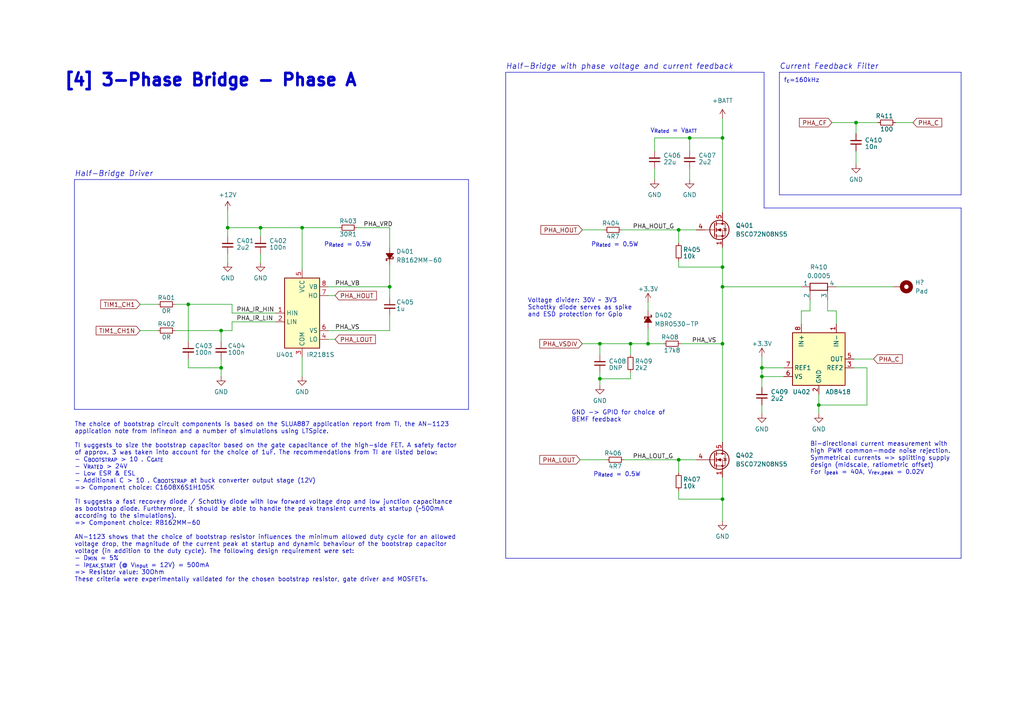
<source format=kicad_sch>
(kicad_sch (version 20230121) (generator eeschema)
  (paper "A4")
  (title_block (title "3-Phase Bridge - Phase A [4]") (date "2023-04-16") (rev "1.0"))
  (lib_symbols
    (symbol "Amplifier_Current:AD8418"
      (property "Reference" "U" (at -7.62 10.795 0))
      (property "Value" "AD8418" (at -7.62 8.89 0))
      (symbol "AD8418_0_1"
        (rectangle (start -7.62 7.62) (end 7.62 -7.62) (stroke (width 0.254)) (fill (type background)))
      )
      (symbol "AD8418_1_1"
        (pin input line (at 5.08 10.16 270) (length 2.54) (name "IN-") (number "1"))
        (pin power_in line (at 0 -10.16 90) (length 2.54) (name "GND") (number "2"))
        (pin input line (at 10.16 -2.54 180) (length 2.54) (name "REF2") (number "3"))
        (pin no_connect line (at 2.54 -7.62 90) (length 2.54) hide (name "NC") (number "4"))
        (pin output line (at 10.16 0 180) (length 2.54) (name "OUT") (number "5"))
        (pin power_in line (at -10.16 -5.08 0) (length 2.54) (name "VS") (number "6"))
        (pin input line (at -10.16 -2.54 0) (length 2.54) (name "REF1") (number "7"))
        (pin input line (at -5.08 10.16 270) (length 2.54) (name "IN+") (number "8"))
      )
    )
    (symbol "Device:C_Small" (pin_numbers hide) (pin_names (offset 0.254) hide)
      (property "Reference" "C" (at 0.254 1.778 0))
      (property "Value" "C_Small" (at 0.254 -2.032 0))
      (symbol "C_Small_0_1"
        (polyline (pts (xy -1.524 -0.508) (xy 1.524 -0.508)) (stroke (width 0.3302)))
        (polyline (pts (xy -1.524 0.508) (xy 1.524 0.508)) (stroke (width 0.3048)))
      )
      (symbol "C_Small_1_1"
        (pin passive line (at 0 2.54 270) (length 2.032) (name "~") (number "1"))
        (pin passive line (at 0 -2.54 90) (length 2.032) (name "~") (number "2"))
      )
    )
    (symbol "Device:D_Schottky_Small_Filled" (pin_numbers hide) (pin_names (offset 0.254) hide)
      (property "Reference" "D" (at -1.27 2.032 0))
      (property "Value" "D_Schottky_Small_Filled" (at -7.112 -2.032 0))
      (symbol "D_Schottky_Small_Filled_0_1"
        (polyline (pts (xy -0.762 0) (xy 0.762 0)))
        (polyline (pts (xy 0.762 -1.016) (xy -0.762 0) (xy 0.762 1.016) (xy 0.762 -1.016)) (stroke (width 0.254)) (fill (type outline)))
        (polyline (pts (xy -1.27 0.762) (xy -1.27 1.016) (xy -0.762 1.016) (xy -0.762 -1.016) (xy -0.254 -1.016) (xy -0.254 -0.762)) (stroke (width 0.254)))
      )
      (symbol "D_Schottky_Small_Filled_1_1"
        (pin passive line (at -2.54 0 0) (length 1.778) (name "K") (number "1"))
        (pin passive line (at 2.54 0 180) (length 1.778) (name "A") (number "2"))
      )
    )
    (symbol "Device:R_Shunt" (pin_numbers hide) (pin_names (offset 0))
      (property "Reference" "R" (at -4.445 0 90))
      (property "Value" "R_Shunt" (at -2.54 0 90))
      (symbol "R_Shunt_0_1"
        (rectangle (start -1.016 -2.54) (end 1.016 2.54) (stroke (width 0.254)))
        (polyline (pts (xy 0 -2.54) (xy 1.27 -2.54)))
        (polyline (pts (xy 1.27 2.54) (xy 0 2.54)))
      )
      (symbol "R_Shunt_1_1"
        (pin passive line (at 0 5.08 270) (length 2.54) (name "1") (number "1"))
        (pin passive line (at 3.81 2.54 180) (length 2.54) (name "2") (number "2"))
        (pin passive line (at 3.81 -2.54 180) (length 2.54) (name "3") (number "3"))
        (pin passive line (at 0 -5.08 90) (length 2.54) (name "4") (number "4"))
      )
    )
    (symbol "Device:R_Small" (pin_numbers hide) (pin_names (offset 0.254) hide)
      (property "Reference" "R" (at 0.762 0.508 0))
      (property "Value" "R_Small" (at 0.762 -1.016 0))
      (symbol "R_Small_0_1"
        (rectangle (start -0.762 1.778) (end 0.762 -1.778) (stroke (width 0.2032)))
      )
      (symbol "R_Small_1_1"
        (pin passive line (at 0 2.54 270) (length 0.762) (name "~") (number "1"))
        (pin passive line (at 0 -2.54 90) (length 0.762) (name "~") (number "2"))
      )
    )
    (symbol "Driver_FET:IR2181"
      (property "Reference" "U" (at 1.27 13.335 0))
      (property "Value" "IR2181" (at 1.27 11.43 0))
      (symbol "IR2181_0_1"
        (rectangle (start -5.08 -10.16) (end 5.08 10.16) (stroke (width 0.254)) (fill (type background)))
      )
      (symbol "IR2181_1_1"
        (pin input line (at -7.62 0 0) (length 2.54) (name "HIN") (number "1"))
        (pin input line (at -7.62 -2.54 0) (length 2.54) (name "LIN") (number "2"))
        (pin power_in line (at 0 -12.7 90) (length 2.54) (name "COM") (number "3"))
        (pin output line (at 7.62 -7.62 180) (length 2.54) (name "LO") (number "4"))
        (pin power_in line (at 0 12.7 270) (length 2.54) (name "VCC") (number "5"))
        (pin passive line (at 7.62 -5.08 180) (length 2.54) (name "VS") (number "6"))
        (pin output line (at 7.62 5.08 180) (length 2.54) (name "HO") (number "7"))
        (pin passive line (at 7.62 7.62 180) (length 2.54) (name "VB") (number "8"))
      )
    )
    (symbol "Mechanical:MountingHole_Pad" (pin_numbers hide) (pin_names (offset 1.016) hide)
      (property "Reference" "H" (at 0 6.35 0))
      (property "Value" "MountingHole_Pad" (at 0 4.445 0))
      (symbol "MountingHole_Pad_0_1"
        (circle (center 0 1.27) (radius 1.27) (stroke (width 1.27)))
      )
      (symbol "MountingHole_Pad_1_1"
        (pin input line (at 0 -2.54 90) (length 2.54) (name "1") (number "1"))
      )
    )
    (symbol "Transistor_FET:BSC072N08NS5" (pin_names hide)
      (property "Reference" "Q" (at 5.08 1.905 0))
      (property "Value" "BSC072N08NS5" (at 5.08 0 0))
      (symbol "BSC072N08NS5_0_1"
        (polyline (pts (xy 0.254 0) (xy -2.54 0)))
        (polyline (pts (xy 0.254 1.905) (xy 0.254 -1.905)) (stroke (width 0.254)))
        (polyline (pts (xy 0.762 -1.27) (xy 0.762 -2.286)) (stroke (width 0.254)))
        (polyline (pts (xy 0.762 0.508) (xy 0.762 -0.508)) (stroke (width 0.254)))
        (polyline (pts (xy 0.762 2.286) (xy 0.762 1.27)) (stroke (width 0.254)))
        (polyline (pts (xy 2.54 2.54) (xy 2.54 1.778)))
        (polyline (pts (xy 2.54 -2.54) (xy 2.54 0) (xy 0.762 0)))
        (polyline (pts (xy 0.762 -1.778) (xy 3.302 -1.778) (xy 3.302 1.778) (xy 0.762 1.778)))
        (polyline (pts (xy 1.016 0) (xy 2.032 0.381) (xy 2.032 -0.381) (xy 1.016 0)) (fill (type outline)))
        (polyline (pts (xy 2.794 0.508) (xy 2.921 0.381) (xy 3.683 0.381) (xy 3.81 0.254)))
        (polyline (pts (xy 3.302 0.381) (xy 2.921 -0.254) (xy 3.683 -0.254) (xy 3.302 0.381)))
        (circle (center 1.651 0) (radius 2.794) (stroke (width 0.254)))
        (circle (center 2.54 -1.778) (radius 0.254) (fill (type outline)))
        (circle (center 2.54 1.778) (radius 0.254) (fill (type outline)))
      )
      (symbol "BSC072N08NS5_1_1"
        (pin passive line (at 2.54 -5.08 90) (length 2.54) (name "S") (number "1"))
        (pin passive line (at 2.54 -5.08 90) (length 2.54) hide (name "S") (number "2"))
        (pin passive line (at 2.54 -5.08 90) (length 2.54) hide (name "S") (number "3"))
        (pin passive line (at -5.08 0 0) (length 2.54) (name "G") (number "4"))
        (pin passive line (at 2.54 5.08 270) (length 2.54) (name "D") (number "5"))
      )
    )
    (symbol "power:+12V" (power) (pin_names (offset 0))
      (property "Value" "+12V" (at 0 3.556 0))
      (symbol "+12V_0_1"
        (polyline (pts (xy -0.762 1.27) (xy 0 2.54)))
        (polyline (pts (xy 0 0) (xy 0 2.54)))
        (polyline (pts (xy 0 2.54) (xy 0.762 1.27)))
      )
      (symbol "+12V_1_1"
        (pin power_in line (at 0 0 90) (length 0) hide (name "+12V") (number "1"))
      )
    )
    (symbol "power:+3.3V" (power) (pin_names (offset 0))
      (property "Value" "+3.3V" (at 0 3.556 0))
      (symbol "+3.3V_0_1"
        (polyline (pts (xy -0.762 1.27) (xy 0 2.54)))
        (polyline (pts (xy 0 0) (xy 0 2.54)))
        (polyline (pts (xy 0 2.54) (xy 0.762 1.27)))
      )
      (symbol "+3.3V_1_1"
        (pin power_in line (at 0 0 90) (length 0) hide (name "+3.3V") (number "1"))
      )
    )
    (symbol "power:+BATT" (power) (pin_names (offset 0))
      (property "Value" "+BATT" (at 0 3.556 0))
      (symbol "+BATT_0_1"
        (polyline (pts (xy -0.762 1.27) (xy 0 2.54)))
        (polyline (pts (xy 0 0) (xy 0 2.54)))
        (polyline (pts (xy 0 2.54) (xy 0.762 1.27)))
      )
      (symbol "+BATT_1_1"
        (pin power_in line (at 0 0 90) (length 0) hide (name "+BATT") (number "1"))
      )
    )
    (symbol "power:GND" (power) (pin_names (offset 0))
      (property "Value" "GND" (at 0 -3.81 0))
      (symbol "GND_0_1"
        (polyline (pts (xy 0 0) (xy 0 -1.27) (xy 1.27 -1.27) (xy 0 -2.54) (xy -1.27 -1.27) (xy 0 -1.27)))
      )
      (symbol "GND_1_1"
        (pin power_in line (at 0 0 270) (length 0) hide (name "GND") (number "1"))
      )
    )
  )
  (junction (at 64.135 95.885))
  (junction (at 209.55 144.78))
  (junction (at 209.55 83.185))
  (junction (at 209.55 40.005))
  (junction (at 220.98 109.22))
  (junction (at 187.96 99.695))
  (junction (at 113.03 83.185))
  (junction (at 54.61 88.265))
  (junction (at 66.04 66.04))
  (junction (at 64.135 106.68))
  (junction (at 87.63 66.04))
  (junction (at 182.88 99.695))
  (junction (at 209.55 77.47))
  (junction (at 248.285 35.56))
  (junction (at 173.99 99.695))
  (junction (at 200.025 40.005))
  (junction (at 209.55 99.695))
  (junction (at 196.85 133.35))
  (junction (at 237.49 117.475))
  (junction (at 196.85 66.675))
  (junction (at 173.99 109.855))
  (junction (at 220.98 106.68))
  (junction (at 75.565 66.04))
  (wire (pts (xy 168.91 66.675) (xy 175.26 66.675)))
  (wire (pts (xy 87.63 66.04) (xy 98.425 66.04)))
  (wire (pts (xy 259.715 35.56) (xy 264.795 35.56)))
  (wire (pts (xy 220.98 109.22) (xy 220.98 106.68)))
  (wire (pts (xy 180.975 133.35) (xy 196.85 133.35)))
  (wire (pts (xy 240.03 86.995) (xy 240.03 90.17)))
  (wire (pts (xy 209.55 83.185) (xy 209.55 99.695)))
  (wire (pts (xy 173.99 99.695) (xy 182.88 99.695)))
  (wire (pts (xy 40.64 95.885) (xy 45.72 95.885)))
  (wire (pts (xy 220.98 109.22) (xy 220.98 112.395)))
  (wire (pts (xy 187.96 87.63) (xy 187.96 90.17)))
  (wire (pts (xy 168.275 133.35) (xy 175.895 133.35)))
  (wire (pts (xy 209.55 144.78) (xy 209.55 151.13)))
  (wire (pts (xy 189.865 43.815) (xy 189.865 40.005)))
  (wire (pts (xy 200.025 40.005) (xy 209.55 40.005)))
  (wire (pts (xy 247.65 106.68) (xy 251.46 106.68)))
  (wire (pts (xy 234.95 90.17) (xy 234.95 86.995)))
  (polyline (pts (xy 221.615 60.325) (xy 221.615 20.955)))
  (wire (pts (xy 50.8 88.265) (xy 54.61 88.265)))
  (wire (pts (xy 113.03 95.885) (xy 113.03 91.44)))
  (wire (pts (xy 66.04 73.66) (xy 66.04 76.2)))
  (wire (pts (xy 54.61 88.265) (xy 67.31 88.265)))
  (wire (pts (xy 220.98 106.68) (xy 227.33 106.68)))
  (wire (pts (xy 196.85 75.565) (xy 196.85 77.47)))
  (polyline (pts (xy 21.59 118.745) (xy 135.89 118.745)))
  (wire (pts (xy 95.25 95.885) (xy 113.03 95.885)))
  (polyline (pts (xy 278.765 56.515) (xy 278.765 20.955)))
  (wire (pts (xy 240.03 90.17) (xy 242.57 90.17)))
  (wire (pts (xy 173.99 109.855) (xy 173.99 111.76)))
  (wire (pts (xy 196.85 66.675) (xy 201.93 66.675)))
  (wire (pts (xy 54.61 104.14) (xy 54.61 106.68)))
  (wire (pts (xy 197.485 99.695) (xy 209.55 99.695)))
  (wire (pts (xy 54.61 106.68) (xy 64.135 106.68)))
  (wire (pts (xy 75.565 66.04) (xy 87.63 66.04)))
  (wire (pts (xy 50.8 95.885) (xy 64.135 95.885)))
  (wire (pts (xy 66.04 60.96) (xy 66.04 66.04)))
  (wire (pts (xy 180.34 66.675) (xy 196.85 66.675)))
  (wire (pts (xy 66.04 66.04) (xy 75.565 66.04)))
  (wire (pts (xy 113.03 76.835) (xy 113.03 83.185)))
  (wire (pts (xy 189.865 40.005) (xy 200.025 40.005)))
  (wire (pts (xy 242.57 83.185) (xy 259.08 83.185)))
  (wire (pts (xy 64.135 95.885) (xy 67.31 95.885)))
  (wire (pts (xy 182.88 99.695) (xy 182.88 102.87)))
  (polyline (pts (xy 278.765 60.325) (xy 221.615 60.325)))
  (wire (pts (xy 209.55 34.29) (xy 209.55 40.005)))
  (wire (pts (xy 196.85 66.675) (xy 196.85 70.485)))
  (wire (pts (xy 232.41 93.98) (xy 232.41 90.17)))
  (wire (pts (xy 168.91 99.695) (xy 173.99 99.695)))
  (wire (pts (xy 248.285 38.735) (xy 248.285 35.56)))
  (polyline (pts (xy 278.765 161.925) (xy 146.685 161.925)))
  (polyline (pts (xy 278.765 20.955) (xy 226.06 20.955)))
  (wire (pts (xy 103.505 66.04) (xy 113.03 66.04)))
  (polyline (pts (xy 278.765 161.925) (xy 278.765 60.325)))
  (polyline (pts (xy 135.89 118.745) (xy 135.89 52.07)))
  (wire (pts (xy 247.65 104.14) (xy 253.365 104.14)))
  (polyline (pts (xy 221.615 20.955) (xy 146.685 20.955)))
  (wire (pts (xy 95.25 85.725) (xy 97.155 85.725)))
  (wire (pts (xy 237.49 117.475) (xy 237.49 120.015)))
  (polyline (pts (xy 226.06 56.515) (xy 278.765 56.515)))
  (wire (pts (xy 248.285 35.56) (xy 254.635 35.56)))
  (wire (pts (xy 95.25 83.185) (xy 113.03 83.185)))
  (wire (pts (xy 67.31 88.265) (xy 67.31 90.805)))
  (wire (pts (xy 173.99 102.87) (xy 173.99 99.695)))
  (wire (pts (xy 209.55 77.47) (xy 209.55 83.185)))
  (wire (pts (xy 64.135 104.14) (xy 64.135 106.68)))
  (polyline (pts (xy 21.59 52.07) (xy 21.59 118.745)))
  (wire (pts (xy 196.85 133.35) (xy 196.85 137.16)))
  (polyline (pts (xy 135.89 52.07) (xy 21.59 52.07)))
  (wire (pts (xy 251.46 106.68) (xy 251.46 117.475)))
  (wire (pts (xy 182.88 107.95) (xy 182.88 109.855)))
  (wire (pts (xy 241.3 35.56) (xy 248.285 35.56)))
  (wire (pts (xy 209.55 40.005) (xy 209.55 61.595)))
  (wire (pts (xy 220.98 117.475) (xy 220.98 120.015)))
  (wire (pts (xy 187.96 99.695) (xy 192.405 99.695)))
  (wire (pts (xy 173.99 109.855) (xy 182.88 109.855)))
  (wire (pts (xy 237.49 117.475) (xy 251.46 117.475)))
  (wire (pts (xy 237.49 114.3) (xy 237.49 117.475)))
  (polyline (pts (xy 226.06 20.955) (xy 226.06 56.515)))
  (wire (pts (xy 200.025 40.005) (xy 200.025 43.815)))
  (wire (pts (xy 187.96 95.25) (xy 187.96 99.695)))
  (wire (pts (xy 232.41 90.17) (xy 234.95 90.17)))
  (wire (pts (xy 189.865 48.895) (xy 189.865 52.07)))
  (wire (pts (xy 40.64 88.265) (xy 45.72 88.265)))
  (wire (pts (xy 242.57 90.17) (xy 242.57 93.98)))
  (wire (pts (xy 66.04 66.04) (xy 66.04 68.58)))
  (wire (pts (xy 113.03 66.04) (xy 113.03 71.755)))
  (wire (pts (xy 248.285 43.815) (xy 248.285 47.625)))
  (wire (pts (xy 196.85 77.47) (xy 209.55 77.47)))
  (wire (pts (xy 113.03 83.185) (xy 113.03 86.36)))
  (wire (pts (xy 67.31 93.345) (xy 67.31 95.885)))
  (wire (pts (xy 87.63 66.04) (xy 87.63 78.105)))
  (wire (pts (xy 75.565 66.04) (xy 75.565 68.58)))
  (wire (pts (xy 200.025 48.895) (xy 200.025 52.07)))
  (wire (pts (xy 173.99 107.95) (xy 173.99 109.855)))
  (wire (pts (xy 209.55 83.185) (xy 232.41 83.185)))
  (wire (pts (xy 196.85 144.78) (xy 209.55 144.78)))
  (wire (pts (xy 87.63 103.505) (xy 87.63 109.22)))
  (wire (pts (xy 67.31 93.345) (xy 80.01 93.345)))
  (wire (pts (xy 64.135 95.885) (xy 64.135 99.06)))
  (wire (pts (xy 227.33 109.22) (xy 220.98 109.22)))
  (wire (pts (xy 67.31 90.805) (xy 80.01 90.805)))
  (wire (pts (xy 220.98 103.505) (xy 220.98 106.68)))
  (wire (pts (xy 182.88 99.695) (xy 187.96 99.695)))
  (wire (pts (xy 209.55 99.695) (xy 209.55 128.27)))
  (wire (pts (xy 95.25 98.425) (xy 97.155 98.425)))
  (wire (pts (xy 196.85 142.24) (xy 196.85 144.78)))
  (polyline (pts (xy 146.685 20.955) (xy 146.685 161.925)))
  (wire (pts (xy 209.55 71.755) (xy 209.55 77.47)))
  (wire (pts (xy 196.85 133.35) (xy 201.93 133.35)))
  (wire (pts (xy 75.565 73.66) (xy 75.565 76.2)))
  (wire (pts (xy 209.55 144.78) (xy 209.55 138.43)))
  (wire (pts (xy 64.135 106.68) (xy 64.135 109.22)))
  (wire (pts (xy 54.61 88.265) (xy 54.61 99.06)))
  (text "GND -> GPIO for choice of\nBEMF feedback" (at 165.735 122.555 0) (effects (font (size 1.27 1.27)) (justify left bottom)))
  (text "Half-Bridge with phase voltage and current feedback" (at 146.685 20.32 0) (effects (font (size 1.6 1.6) italic) (justify left bottom)))
  (text "P_{Rated} = 0.5W\n" (at 93.98 71.755 0) (effects (font (size 1.27 1.27)) (justify left bottom)))
  (text "Current Feedback Filter" (at 226.06 20.32 0) (effects (font (size 1.6 1.6) italic) (justify left bottom)))
  (text "Voltage divider: 30V ~ 3V3\nSchottky diode serves as spike\nand ESD protection for Gpio" (at 153.035 92.075 0) (effects (font (size 1.27 1.27)) (justify left bottom)))
  (text "V_{Rated} = V_{BATT}" (at 188.595 38.735 0) (effects (font (size 1.27 1.27)) (justify left bottom)))
  (text "f_{c}=160kHz" (at 227.33 24.13 0) (effects (font (size 1.27 1.27)) (justify left bottom)))
  (text "Half-Bridge Driver" (at 21.59 51.435 0) (effects (font (size 1.6 1.6) italic) (justify left bottom)))
  (text "P_{Rated} = 0.5W\n" (at 171.45 71.755 0) (effects (font (size 1.27 1.27)) (justify left bottom)))
  (text "The choice of bootstrap circuit components is based on the SLUA887 application report from TI, the AN-1123 \napplication note from Infineon and a number of simulations using LTSpice.\n\nTI suggests to size the bootstrap capacitor based on the gate capacitance of the high-side FET. A safety factor\nof approx. 3 was taken into account for the choice of 1uF. The recommendations from TI are listed below:\n- C_{BOOTSTRAP} > 10 . C_{GATE}\n- V_{RATED} > 24V\n- Low ESR & ESL\n- Additional C > 10 . C_{BOOTSTRAP} at buck converter output stage (12V)\n=> Component choice: C1608X6S1H105K\n\nTI suggests a fast recovery diode / Schottky diode with low forward voltage drop and low junction capacitance\nas bootstrap diode. Furthermore, it should be able to handle the peak transient currents at startup (~500mA\naccording to the simulations).\n=> Component choice: RB162MM-60\n\nAN-1123 shows that the choice of bootstrap resistor influences the minimum allowed duty cycle for an allowed\nvoltage drop, the magnitude of the current peak at startup and dynamic behaviour of the bootstrap capacitor\nvoltage (in addition to the duty cycle). The following design requirement were set:\n- D_{MIN} = 5%\n- I_{PEAK,START} (@ V_{Input} = 12V) = 500mA\n=> Resistor value: 30Ohm\nThese criteria were experimentally validated for the chosen bootstrap resistor, gate driver and MOSFETs." (at 21.59 168.91 0) (effects (font (size 1.27 1.27)) (justify left bottom)))
  (text "[4] 3-Phase Bridge - Phase A" (at 18.415 25.4 0) (effects (font (size 3.5 3.5) (thickness 0.8) bold) (justify left bottom)))
  (text "P_{Rated} = 0.5W\n" (at 172.085 138.43 0) (effects (font (size 1.27 1.27)) (justify left bottom)))
  (text "Bi-directional current measurement with\nhigh PWM common-mode noise rejection.\nSymmetrical currents => splitting supply\ndesign (midscale, ratiometric offset)\nFor I_{peak} = 40A, V_{rev,peak} = 0.02V" (at 234.95 137.795 0) (effects (font (size 1.27 1.27)) (justify left bottom)))
  (label "PHA_VB" (at 97.155 83.185 0))
  (label "PHA_IR_HIN" (at 68.58 90.805 0))
  (label "PHA_VRD" (at 105.41 66.04 0))
  (label "PHA_VS" (at 200.66 99.695 0))
  (label "PHA_VS" (at 97.155 95.885 0))
  (label "PHA_LOUT_G" (at 183.515 133.35 0))
  (label "PHA_IR_LIN" (at 68.58 93.345 0))
  (label "PHA_HOUT_G" (at 183.515 66.675 0))
  (global_label "PHA_VSDIV" (shape input) (at 168.91 99.695 180) (property "Intersheetrefs" "${INTERSHEET_REFS}" (effects hide)))
  (global_label "PHA_LOUT" (shape input) (at 168.275 133.35 180) (property "Intersheetrefs" "${INTERSHEET_REFS}" (effects hide)))
  (global_label "TIM1_CH1" (shape input) (at 40.64 88.265 180) (property "Intersheetrefs" "${INTERSHEET_REFS}" (effects hide)))
  (global_label "PHA_HOUT" (shape input) (at 168.91 66.675 180) (property "Intersheetrefs" "${INTERSHEET_REFS}" (effects hide)))
  (global_label "PHA_C" (shape input) (at 253.365 104.14 0) (property "Intersheetrefs" "${INTERSHEET_REFS}" (effects hide)))
  (global_label "PHA_LOUT" (shape input) (at 97.155 98.425 0) (property "Intersheetrefs" "${INTERSHEET_REFS}" (effects hide)))
  (global_label "PHA_HOUT" (shape input) (at 97.155 85.725 0) (property "Intersheetrefs" "${INTERSHEET_REFS}" (effects hide)))
  (global_label "PHA_C" (shape input) (at 264.795 35.56 0) (property "Intersheetrefs" "${INTERSHEET_REFS}" (effects hide)))
  (global_label "PHA_CF" (shape input) (at 241.3 35.56 180) (property "Intersheetrefs" "${INTERSHEET_REFS}" (effects hide)))
  (global_label "TIM1_CH1N" (shape input) (at 40.64 95.885 180) (property "Intersheetrefs" "${INTERSHEET_REFS}" (effects hide)))
  (symbol (lib_id "Device:R_Shunt") (at 237.49 83.185 90) (mirror x) (unit 1)
    (property "Reference" "R410" (at 237.49 77.47 90))
    (property "Value" "0.0005" (at 237.49 80.01 90))
  )
  (symbol (lib_id "Device:R_Small") (at 182.88 105.41 0) (unit 1)
    (property "Reference" "R409" (at 184.15 104.775 0) (effects (justify left)))
    (property "Value" "2k2" (at 184.15 106.68 0) (effects (justify left)))
    (property "Footprint" "Resistor_SMD:R_0402_1005Metric_Pad0.72x0.64mm_HandSolder" (effects hide))
  )
  (symbol (lib_id "power:+3.3V") (at 187.96 87.63 0) (unit 1)
    (property "Reference" "#PWR?" (effects hide))
    (property "Value" "+3.3V" (at 187.96 83.82 0))
  )
  (symbol (lib_id "power:GND") (at 189.865 52.07 0) (unit 1)
    (property "Reference" "#PWR?" (effects hide))
    (property "Value" "GND" (at 189.865 56.515 0))
  )
  (symbol (lib_id "Device:D_Schottky_Small_Filled") (at 113.03 74.295 90) (unit 1)
    (property "Reference" "D401" (at 114.935 73.66 90) (effects (justify right top)))
    (property "Value" "RB162MM-60" (at 114.935 76.2 90) (effects (justify right top)))
    (property "Footprint" "Diode_SMD:D_SOD-123F" (effects hide))
  )
  (symbol (lib_id "Mechanical:MountingHole_Pad") (at 261.62 83.185 270) (unit 1)
    (property "Reference" "H?" (at 265.43 81.9149 90) (effects (justify left)))
    (property "Value" "Pad" (at 265.43 84.455 90) (effects (justify left)))
  )
  (symbol (lib_id "power:GND") (at 220.98 120.015 0) (unit 1)
    (property "Reference" "#PWR?" (effects hide))
    (property "Value" "GND" (at 220.98 124.46 0))
  )
  (symbol (lib_id "power:GND") (at 209.55 151.13 0) (unit 1)
    (property "Reference" "#PWR?" (effects hide))
    (property "Value" "GND" (at 209.55 155.575 0))
  )
  (symbol (lib_id "power:GND") (at 248.285 47.625 0) (unit 1)
    (property "Reference" "#PWR?" (effects hide))
    (property "Value" "GND" (at 248.285 52.07 0))
  )
  (symbol (lib_id "Device:R_Small") (at 194.945 99.695 90) (unit 1)
    (property "Reference" "R408" (at 194.31 97.79 90))
    (property "Value" "17k8" (at 194.945 101.6 90))
    (property "Footprint" "Resistor_SMD:R_0402_1005Metric_Pad0.72x0.64mm_HandSolder" (effects hide))
  )
  (symbol (lib_id "Device:R_Small") (at 257.175 35.56 90) (unit 1)
    (property "Reference" "R411" (at 256.54 33.655 90))
    (property "Value" "100" (at 257.175 37.465 90))
    (property "Footprint" "Resistor_SMD:R_0402_1005Metric_Pad0.72x0.64mm_HandSolder" (effects hide))
  )
  (symbol (lib_id "power:+BATT") (at 209.55 34.29 0) (unit 1)
    (property "Reference" "#PWR?" (effects hide))
    (property "Value" "+BATT" (at 209.55 29.21 0))
  )
  (symbol (lib_id "power:+12V") (at 66.04 60.96 0) (unit 1)
    (property "Reference" "#PWR0124" (effects hide))
    (property "Value" "+12V" (at 66.04 56.515 0))
  )
  (symbol (lib_id "power:GND") (at 87.63 109.22 0) (unit 1)
    (property "Reference" "#PWR0122" (effects hide))
    (property "Value" "GND" (at 87.63 113.665 0))
  )
  (symbol (lib_id "Device:R_Small") (at 196.85 73.025 180) (unit 1)
    (property "Reference" "R405" (at 198.12 72.39 0) (effects (justify right)))
    (property "Value" "10k" (at 198.12 74.295 0) (effects (justify right)))
    (property "Footprint" "Resistor_SMD:R_0603_1608Metric_Pad0.98x0.95mm_HandSolder" (effects hide))
  )
  (symbol (lib_id "Device:C_Small") (at 173.99 105.41 180) (unit 1)
    (property "Reference" "C408" (at 176.53 104.775 0) (effects (justify right)))
    (property "Value" "DNP" (at 176.53 106.68 0) (effects (justify right)))
    (property "Footprint" "Capacitor_SMD:C_0402_1005Metric_Pad0.74x0.62mm_HandSolder" (effects hide))
  )
  (symbol (lib_id "Device:C_Small") (at 113.03 88.9 0) (unit 1)
    (property "Reference" "C405" (at 114.935 87.63 0) (effects (justify left)))
    (property "Value" "1u" (at 114.935 89.535 0) (effects (justify left)))
    (property "Footprint" "Capacitor_SMD:C_0603_1608Metric_Pad1.08x0.95mm_HandSolder" (effects hide))
  )
  (symbol (lib_id "power:GND") (at 66.04 76.2 0) (unit 1)
    (property "Reference" "#PWR0121" (effects hide))
    (property "Value" "GND" (at 66.04 80.645 0))
  )
  (symbol (lib_id "Device:R_Small") (at 100.965 66.04 90) (unit 1)
    (property "Reference" "R403" (at 100.965 64.135 90))
    (property "Value" "30R1" (at 100.965 67.945 90))
    (property "Footprint" "Resistor_SMD:R_0603_1608Metric_Pad0.98x0.95mm_HandSolder" (effects hide))
  )
  (symbol (lib_id "power:GND") (at 173.99 111.76 0) (unit 1)
    (property "Reference" "#PWR?" (effects hide))
    (property "Value" "GND" (at 173.99 116.205 0))
  )
  (symbol (lib_id "Device:R_Small") (at 177.8 66.675 90) (unit 1)
    (property "Reference" "R404" (at 177.165 64.77 90))
    (property "Value" "4R7" (at 177.8 68.58 90))
    (property "Footprint" "Resistor_SMD:R_0603_1608Metric_Pad0.98x0.95mm_HandSolder" (effects hide))
  )
  (symbol (lib_id "power:GND") (at 64.135 109.22 0) (unit 1)
    (property "Reference" "#PWR0123" (effects hide))
    (property "Value" "GND" (at 64.135 113.665 0))
  )
  (symbol (lib_id "Device:C_Small") (at 54.61 101.6 0) (unit 1)
    (property "Reference" "C403" (at 56.515 100.33 0) (effects (justify left)))
    (property "Value" "100n" (at 56.515 102.235 0) (effects (justify left)))
    (property "Footprint" "Capacitor_SMD:C_0402_1005Metric_Pad0.74x0.62mm_HandSolder" (effects hide))
  )
  (symbol (lib_id "Transistor_FET:BSC072N08NS5") (at 207.01 133.35 0) (unit 1)
    (property "Reference" "Q402" (at 213.36 132.0799 0) (effects (justify left)))
    (property "Value" "BSC072N08NS5" (at 213.36 134.6199 0) (effects (justify left)))
    (property "Footprint" "Package_TO_SOT_SMD:TDSON-8-1" (effects hide))
    (property "Datasheet" "http://www.infineon.com/dgdl/Infineon-BSC072N08NS5-DS-v02_00-EN.pdf?fileId=5546d4624ad04ef9014ae3d8e8192c7c" (effects hide))
  )
  (symbol (lib_id "power:+3.3V") (at 220.98 103.505 0) (unit 1)
    (property "Reference" "#PWR?" (effects hide))
    (property "Value" "+3.3V" (at 220.98 99.695 0))
  )
  (symbol (lib_id "Transistor_FET:BSC072N08NS5") (at 207.01 66.675 0) (unit 1)
    (property "Reference" "Q401" (at 213.36 65.4049 0) (effects (justify left)))
    (property "Value" "BSC072N08NS5" (at 213.36 67.9449 0) (effects (justify left)))
    (property "Footprint" "Package_TO_SOT_SMD:TDSON-8-1" (effects hide))
    (property "Datasheet" "http://www.infineon.com/dgdl/Infineon-BSC072N08NS5-DS-v02_00-EN.pdf?fileId=5546d4624ad04ef9014ae3d8e8192c7c" (effects hide))
  )
  (symbol (lib_id "Device:C_Small") (at 64.135 101.6 0) (unit 1)
    (property "Reference" "C404" (at 66.04 100.33 0) (effects (justify left)))
    (property "Value" "100n" (at 66.04 102.235 0) (effects (justify left)))
    (property "Footprint" "Capacitor_SMD:C_0402_1005Metric_Pad0.74x0.62mm_HandSolder" (effects hide))
  )
  (symbol (lib_id "Amplifier_Current:AD8418") (at 237.49 104.14 0) (unit 1)
    (property "Reference" "U402" (at 229.87 113.665 0) (effects (justify left)))
    (property "Value" "AD8418" (at 239.395 113.665 0) (effects (justify left)))
    (property "Datasheet" "https://www.analog.com/media/en/technical-documentation/data-sheets/AD8418.pdf" (effects hide))
  )
  (symbol (lib_id "Device:C_Small") (at 66.04 71.12 180) (unit 1)
    (property "Reference" "C401" (at 68.58 69.85 0) (effects (justify right)))
    (property "Value" "2u2" (at 68.58 71.755 0) (effects (justify right)))
    (property "Footprint" "Capacitor_SMD:C_0603_1608Metric_Pad1.08x0.95mm_HandSolder" (effects hide))
  )
  (symbol (lib_id "power:GND") (at 200.025 52.07 0) (unit 1)
    (property "Reference" "#PWR?" (effects hide))
    (property "Value" "GND" (at 200.025 56.515 0))
  )
  (symbol (lib_id "Driver_FET:IR2181") (at 87.63 90.805 0) (unit 1)
    (property "Reference" "U401" (at 80.01 102.87 0) (effects (justify left)))
    (property "Value" "IR2181S" (at 88.9 102.87 0) (effects (justify left)))
    (property "Datasheet" "https://www.infineon.com/dgdl/ir2181.pdf?fileId=5546d462533600a4015355c93cdd16ce" (effects hide))
  )
  (symbol (lib_id "Device:R_Small") (at 48.26 95.885 90) (unit 1)
    (property "Reference" "R402" (at 48.26 93.98 90))
    (property "Value" "0R" (at 48.26 97.79 90))
    (property "Footprint" "Resistor_SMD:R_0402_1005Metric_Pad0.72x0.64mm_HandSolder" (effects hide))
  )
  (symbol (lib_id "power:GND") (at 75.565 76.2 0) (unit 1)
    (property "Reference" "#PWR0120" (effects hide))
    (property "Value" "GND" (at 75.565 80.645 0))
  )
  (symbol (lib_id "Device:R_Small") (at 196.85 139.7 180) (unit 1)
    (property "Reference" "R407" (at 198.12 139.065 0) (effects (justify right)))
    (property "Value" "10k" (at 198.12 140.97 0) (effects (justify right)))
    (property "Footprint" "Resistor_SMD:R_0603_1608Metric_Pad0.98x0.95mm_HandSolder" (effects hide))
  )
  (symbol (lib_id "Device:C_Small") (at 220.98 114.935 180) (unit 1)
    (property "Reference" "C409" (at 223.52 113.665 0) (effects (justify right)))
    (property "Value" "2u2" (at 223.52 115.57 0) (effects (justify right)))
    (property "Footprint" "Capacitor_SMD:C_0603_1608Metric_Pad1.08x0.95mm_HandSolder" (effects hide))
  )
  (symbol (lib_id "Device:C_Small") (at 200.025 46.355 180) (unit 1)
    (property "Reference" "C407" (at 202.565 45.085 0) (effects (justify right)))
    (property "Value" "2u2" (at 202.565 46.99 0) (effects (justify right)))
    (property "Footprint" "Capacitor_SMD:C_0603_1608Metric_Pad1.08x0.95mm_HandSolder" (effects hide))
  )
  (symbol (lib_id "Device:C_Small") (at 75.565 71.12 180) (unit 1)
    (property "Reference" "C402" (at 78.105 69.85 0) (effects (justify right)))
    (property "Value" "100n" (at 78.105 71.755 0) (effects (justify right)))
    (property "Footprint" "Capacitor_SMD:C_0402_1005Metric_Pad0.74x0.62mm_HandSolder" (effects hide))
  )
  (symbol (lib_id "Device:C_Small") (at 248.285 41.275 180) (unit 1)
    (property "Reference" "C410" (at 250.825 40.64 0) (effects (justify right)))
    (property "Value" "10n" (at 250.825 42.545 0) (effects (justify right)))
    (property "Footprint" "Capacitor_SMD:C_0402_1005Metric_Pad0.74x0.62mm_HandSolder" (effects hide))
  )
  (symbol (lib_id "Device:C_Small") (at 189.865 46.355 180) (unit 1)
    (property "Reference" "C406" (at 192.405 45.085 0) (effects (justify right)))
    (property "Value" "22u" (at 192.405 46.99 0) (effects (justify right)))
    (property "Footprint" "Capacitor_SMD:C_0603_1608Metric_Pad1.08x0.95mm_HandSolder" (effects hide))
  )
  (symbol (lib_id "Device:D_Schottky_Small_Filled") (at 187.96 92.71 270) (unit 1)
    (property "Reference" "D402" (at 189.865 91.44 90) (effects (justify left)))
    (property "Value" "MBR0530-TP" (at 189.865 93.98 90) (effects (justify left)))
    (property "Footprint" "Diode_SMD:D_SOD-123" (effects hide))
  )
  (symbol (lib_id "Device:R_Small") (at 48.26 88.265 90) (unit 1)
    (property "Reference" "R401" (at 48.26 86.36 90))
    (property "Value" "0R" (at 48.26 90.17 90))
    (property "Footprint" "Resistor_SMD:R_0402_1005Metric_Pad0.72x0.64mm_HandSolder" (effects hide))
  )
  (symbol (lib_id "Device:R_Small") (at 178.435 133.35 90) (unit 1)
    (property "Reference" "R406" (at 177.8 131.445 90))
    (property "Value" "4R7" (at 178.435 135.255 90))
    (property "Footprint" "Resistor_SMD:R_0603_1608Metric_Pad0.98x0.95mm_HandSolder" (effects hide))
  )
  (symbol (lib_id "power:GND") (at 237.49 120.015 0) (unit 1)
    (property "Reference" "#PWR?" (effects hide))
    (property "Value" "GND" (at 237.49 124.46 0))
  )
)
</source>
